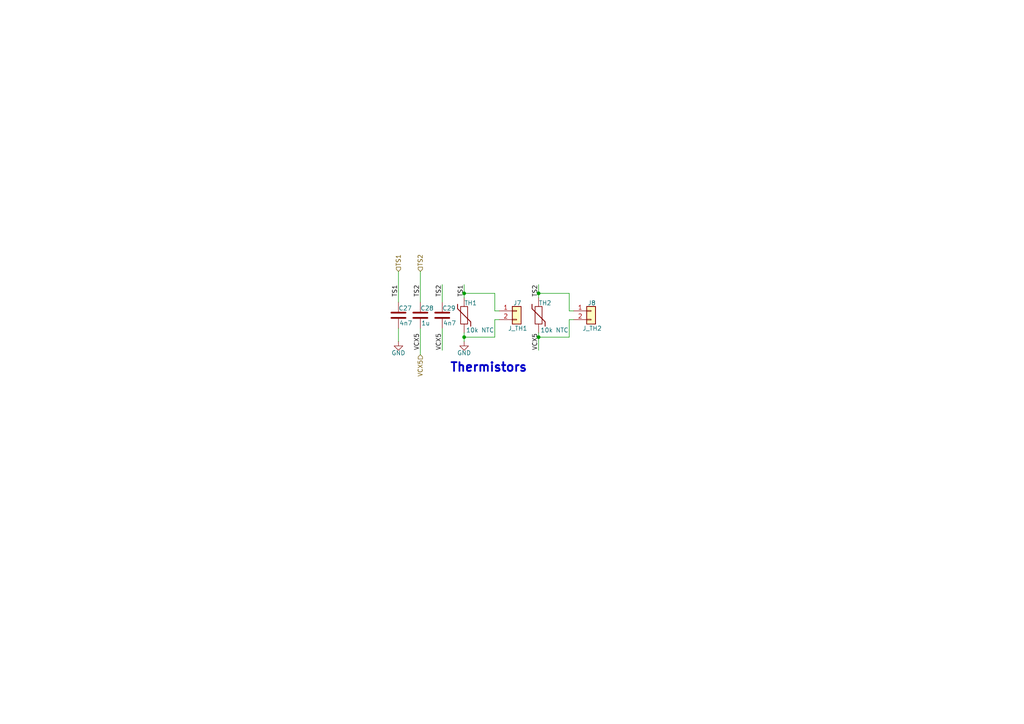
<source format=kicad_sch>
(kicad_sch (version 20250114) (generator "eeschema") (generator_version "9.0")
  (paper "A4")
  (lib_symbols
    (symbol "Device:C" (pin_numbers (hide yes)) (pin_names (offset 0.254))
      (property "Reference" "C" (at 0.635 2.54 0))
      (property "Value" "C" (at 0.635 -2.54 0))
      (symbol "C_0_1"
        (polyline (pts (xy -2.032 0.762) (xy 2.032 0.762)) (stroke (width 0.508)))
        (polyline (pts (xy -2.032 -0.762) (xy 2.032 -0.762)) (stroke (width 0.508)))
      )
      (symbol "C_1_1"
        (pin passive line (at 0 3.81 270) (length 2.794) (name "~") (number "1"))
        (pin passive line (at 0 -3.81 90) (length 2.794) (name "~") (number "2"))
      )
    )
    (symbol "Device:Thermistor" (pin_numbers (hide yes)) (pin_names (offset 0))
      (property "Reference" "TH" (at 2.54 1.27 90))
      (property "Value" "Thermistor" (at -2.54 0 90))
      (symbol "Thermistor_0_1"
        (polyline (pts (xy -1.905 3.175) (xy -1.905 1.905) (xy 1.905 -1.905) (xy 1.905 -3.175) (xy 1.905 -3.175)) (stroke (width 0.254)))
        (rectangle (start -1.016 2.54) (end 1.016 -2.54) (stroke (width 0.2032)))
      )
      (symbol "Thermistor_1_1"
        (pin passive line (at 0 5.08 270) (length 2.54) (name "~") (number "1"))
        (pin passive line (at 0 -5.08 90) (length 2.54) (name "~") (number "2"))
      )
    )
    (symbol "PCM_4ms_Connector:Conn_01x02" (pin_names (offset 1.016) (hide yes))
      (property "Reference" "J" (at 0 2.54 0))
      (property "Value" "Conn_01x02" (at 0 -5.08 0))
      (symbol "Conn_01x02_1_1"
        (rectangle (start -1.27 1.27) (end 1.27 -3.81) (stroke (width 0.254)) (fill (type background)))
        (rectangle (start -1.27 0.127) (end 0 -0.127) (stroke (width 0.1524)))
        (rectangle (start -1.27 -2.413) (end 0 -2.667) (stroke (width 0.1524)))
        (pin passive line (at -5.08 0 0) (length 3.81) (name "Pin_1") (number "1"))
        (pin passive line (at -5.08 -2.54 0) (length 3.81) (name "Pin_2") (number "2"))
      )
    )
    (symbol "power:GND" (power) (pin_numbers (hide yes)) (pin_names (offset 0) (hide yes))
      (property "Value" "GND" (at 0 -3.81 0))
      (symbol "GND_0_1"
        (polyline (pts (xy 0 0) (xy 0 -1.27) (xy 1.27 -1.27) (xy 0 -2.54) (xy -1.27 -1.27) (xy 0 -1.27)))
      )
      (symbol "GND_1_1"
        (pin power_in line (at 0 0 270) (length 0) (name "~") (number "1"))
      )
    )
  )
  (text "Thermistors" (at 141.732 106.68 0) (effects (font (size 2.54 2.54) (thickness 0.508) (bold yes))))
  (junction (at 156.21 97.79))
  (junction (at 156.21 85.09))
  (junction (at 134.62 85.09))
  (junction (at 134.62 97.79))
  (wire (pts (xy 165.1 92.71) (xy 165.1 97.79)))
  (wire (pts (xy 156.21 85.09) (xy 156.21 86.36)))
  (wire (pts (xy 134.62 97.79) (xy 143.51 97.79)))
  (wire (pts (xy 121.92 78.74) (xy 121.92 87.63)))
  (wire (pts (xy 143.51 90.17) (xy 143.51 85.09)))
  (wire (pts (xy 134.62 97.79) (xy 134.62 96.52)))
  (wire (pts (xy 128.27 82.55) (xy 128.27 87.63)))
  (wire (pts (xy 134.62 99.06) (xy 134.62 97.79)))
  (wire (pts (xy 156.21 85.09) (xy 165.1 85.09)))
  (wire (pts (xy 115.57 95.25) (xy 115.57 99.06)))
  (wire (pts (xy 156.21 97.79) (xy 156.21 101.6)))
  (wire (pts (xy 165.1 92.71) (xy 166.37 92.71)))
  (wire (pts (xy 156.21 96.52) (xy 156.21 97.79)))
  (wire (pts (xy 144.78 90.17) (xy 143.51 90.17)))
  (wire (pts (xy 121.92 95.25) (xy 121.92 102.87)))
  (wire (pts (xy 134.62 85.09) (xy 134.62 86.36)))
  (wire (pts (xy 166.37 90.17) (xy 165.1 90.17)))
  (wire (pts (xy 165.1 90.17) (xy 165.1 85.09)))
  (wire (pts (xy 143.51 92.71) (xy 144.78 92.71)))
  (wire (pts (xy 134.62 85.09) (xy 143.51 85.09)))
  (wire (pts (xy 156.21 82.55) (xy 156.21 85.09)))
  (wire (pts (xy 134.62 82.55) (xy 134.62 85.09)))
  (wire (pts (xy 156.21 97.79) (xy 165.1 97.79)))
  (wire (pts (xy 115.57 78.74) (xy 115.57 87.63)))
  (wire (pts (xy 143.51 92.71) (xy 143.51 97.79)))
  (wire (pts (xy 128.27 95.25) (xy 128.27 101.6)))
  (label "TS1" (at 115.57 82.55 270))
  (label "VCX5" (at 121.92 101.6 90))
  (label "TS1" (at 134.62 82.55 270))
  (label "VCX5" (at 156.21 101.6 90))
  (label "TS2" (at 156.21 82.55 270))
  (label "TS2" (at 121.92 82.55 270))
  (label "VCX5" (at 128.27 101.6 90))
  (label "TS2" (at 128.27 82.55 270))
  (hierarchical_label "TS2" (shape input) (at 121.92 78.74 90))
  (hierarchical_label "TS1" (shape input) (at 115.57 78.74 90))
  (hierarchical_label "VCX5" (shape input) (at 121.92 102.87 270))
  (symbol (lib_id "Device:C") (at 121.92 91.44 0) (unit 1)
    (property "Reference" "C28" (at 121.92 89.408 0) (effects (justify left)))
    (property "Value" "1u" (at 122.174 93.726 0) (effects (justify left)))
    (property "Description" "Unpolarized capacitor" (effects (hide yes)))
  )
  (symbol (lib_id "Device:Thermistor") (at 156.21 91.44 0) (unit 1)
    (property "Reference" "TH2" (at 156.21 87.884 0) (effects (justify left)))
    (property "Value" "10k NTC" (at 156.718 95.758 0) (effects (justify left)))
    (property "Description" "Temperature dependent resistor" (effects (hide yes)))
  )
  (symbol (lib_id "PCM_4ms_Connector:Conn_01x02") (at 171.45 90.17 0) (unit 1)
    (property "Reference" "J8" (at 170.434 87.884 0) (effects (justify left)))
    (property "Value" "J_TH2" (at 168.91 95.25 0) (effects (justify left)))
    (property "Footprint" "4ms_Connector:Pins_1x02_2.54mm_TH" (effects (hide yes)))
    (property "Description" "HEADER 1x2 MALE PINS 0.100” 180deg" (effects (hide yes)))
    (property "Specifications" "Pins_01x02, Header, Male Pins, 1*2, spacing 2.54mm, straight pin" (effects (hide yes)))
    (property "Manufacturer" "TAD" (effects (hide yes)))
    (property "Part Number" "1-0201FBV0T" (effects (hide yes)))
  )
  (symbol (lib_id "power:GND") (at 115.57 99.06 0) (unit 1)
    (property "Reference" "#PWR017" (effects (hide yes)))
    (property "Value" "GND" (at 117.602 102.362 0) (effects (justify right)))
    (property "Description" "Power symbol creates a global label with name \"GND\" , ground" (effects (hide yes)))
  )
  (symbol (lib_id "Device:Thermistor") (at 134.62 91.44 0) (unit 1)
    (property "Reference" "TH1" (at 134.62 87.884 0) (effects (justify left)))
    (property "Value" "10k NTC" (at 135.128 95.758 0) (effects (justify left)))
    (property "Description" "Temperature dependent resistor" (effects (hide yes)))
  )
  (symbol (lib_id "power:GND") (at 134.62 99.06 0) (unit 1)
    (property "Reference" "#PWR018" (effects (hide yes)))
    (property "Value" "GND" (at 136.652 102.362 0) (effects (justify right)))
    (property "Description" "Power symbol creates a global label with name \"GND\" , ground" (effects (hide yes)))
  )
  (symbol (lib_id "Device:C") (at 128.27 91.44 0) (unit 1)
    (property "Reference" "C29" (at 128.27 89.408 0) (effects (justify left)))
    (property "Value" "4n7" (at 128.524 93.726 0) (effects (justify left)))
    (property "Description" "Unpolarized capacitor" (effects (hide yes)))
  )
  (symbol (lib_id "PCM_4ms_Connector:Conn_01x02") (at 149.86 90.17 0) (unit 1)
    (property "Reference" "J7" (at 148.844 87.884 0) (effects (justify left)))
    (property "Value" "J_TH1" (at 147.32 95.25 0) (effects (justify left)))
    (property "Footprint" "4ms_Connector:Pins_1x02_2.54mm_TH" (effects (hide yes)))
    (property "Description" "HEADER 1x2 MALE PINS 0.100” 180deg" (effects (hide yes)))
    (property "Specifications" "Pins_01x02, Header, Male Pins, 1*2, spacing 2.54mm, straight pin" (effects (hide yes)))
    (property "Manufacturer" "TAD" (effects (hide yes)))
    (property "Part Number" "1-0201FBV0T" (effects (hide yes)))
  )
  (symbol (lib_id "Device:C") (at 115.57 91.44 0) (unit 1)
    (property "Reference" "C27" (at 115.57 89.408 0) (effects (justify left)))
    (property "Value" "4n7" (at 115.824 93.726 0) (effects (justify left)))
    (property "Description" "Unpolarized capacitor" (effects (hide yes)))
  )
)
</source>
